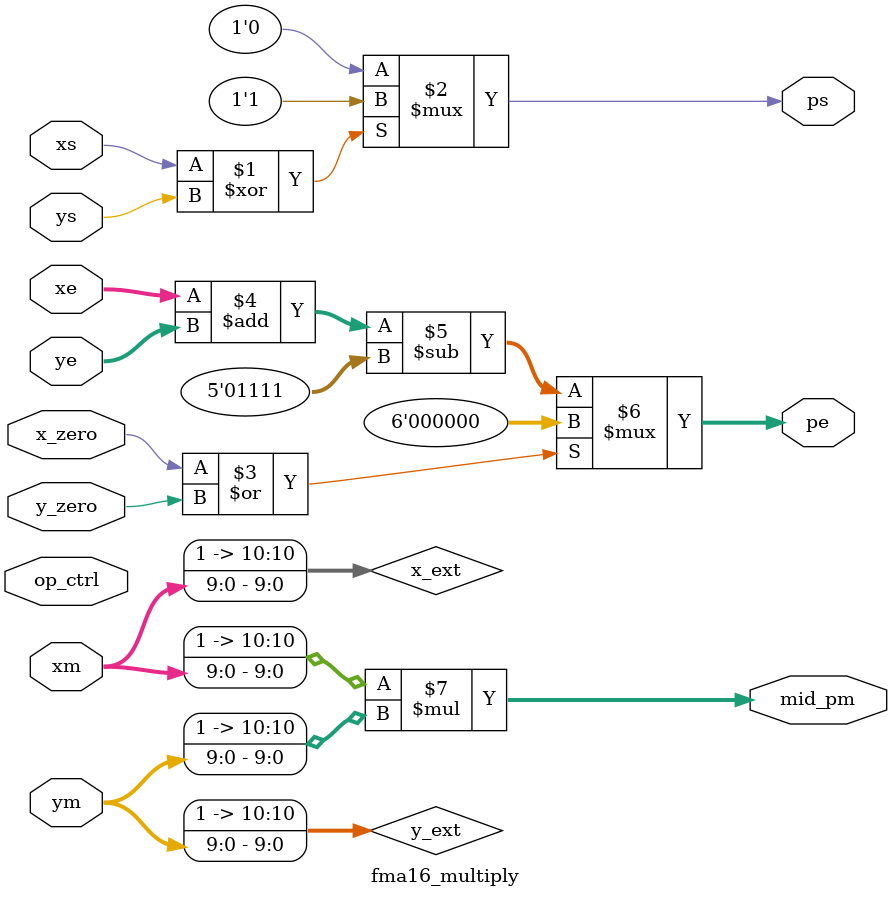
<source format=sv>
/**
	A module that multiplies the constants in FMA 16

    Zoe Worrall - zworrall@g.hmc.edu
    E154 System on Chip
    February 12, 2025
*/

module fma16_multiply(
    input  logic        x_zero, y_zero,
    input  logic [2:0]  op_ctrl,
    input  logic        xs, ys,
    input  logic [4:0]  xe, ye,
    input  logic [9:0]  xm, ym,
    output logic        ps,
    output logic [5:0]  pe,
    output logic [21:0] mid_pm
    );

    assign ps = (xs ^ ys) ? 1'b1 : 1'b0;
    assign pe = (x_zero | y_zero) ? '0 : (xe + ye - 5'b01111);

    // (xe==0) ? (xm[8]) ? {1'b1, xm-1'b1} : {1'b1, 10'b0} : {1'b1, xm};
    logic [10:0] x_ext, y_ext; //((xm==10'b11_1110_1100) ? {10'b01_1110_0010} : 
    assign x_ext = {1'b1, xm};
    assign y_ext = {1'b1, ym};
    
    assign mid_pm = x_ext * y_ext;

endmodule
</source>
